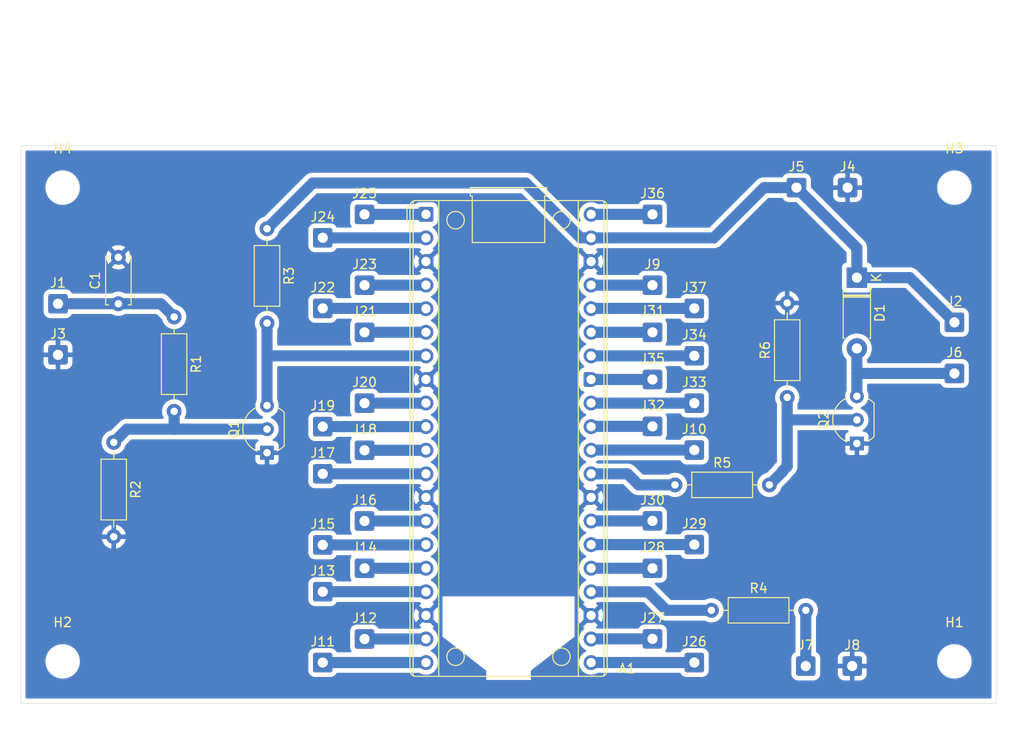
<source format=kicad_pcb>
(kicad_pcb (version 20240108) (generator "pcbnew") (generator_version "8.0")
  (layers (0 "F.Cu" signal) (31 "B.Cu" signal) (34 "B.Paste" user) (35 "F.Paste" user) (36 "B.SilkS" user "B.Silkscreen") (37 "F.SilkS" user "F.Silkscreen") (38 "B.Mask" user) (39 "F.Mask" user) (44 "Edge.Cuts" user))
  (net 0 "")
  (net 1 "GND")
  (net 2 "Net-(A1-GPIO15)")
  (net 3 "Net-(J1-Pin_1)")
  (net 4 "Net-(D1-A)")
  (net 5 "+5V")
  (net 6 "Net-(Q1-B)")
  (net 7 "Net-(Q2-B)")
  (net 8 "Net-(J7-Pin_1)")
  (net 9 "Net-(A1-RUN)")
  (net 10 "Net-(A1-3V3_EN)")
  (net 11 "Net-(A1-GPIO22)")
  (net 12 "Net-(A1-GPIO18)")
  (net 13 "Net-(A1-GPIO5)")
  (net 14 "Net-(A1-GPIO16)")
  (net 15 "Net-(A1-GPIO6)")
  (net 16 "Net-(A1-GPIO11)")
  (net 17 "Net-(A1-GPIO19)")
  (net 18 "Net-(A1-GPIO26_ADC0)")
  (net 19 "Net-(A1-GPIO28_ADC2)")
  (net 20 "Net-(A1-GPIO8)")
  (net 21 "Net-(A1-GPIO14)")
  (net 22 "Net-(A1-GPIO27_ADC1)")
  (net 23 "Net-(A1-GPIO3)")
  (net 24 "Net-(A1-GPIO20)")
  (net 25 "Net-(A1-AGND)")
  (net 26 "Net-(A1-GPIO9)")
  (net 27 "Net-(A1-GPIO10)")
  (net 28 "Net-(A1-GPIO13)")
  (net 29 "Net-(A1-ADC_VREF)")
  (net 30 "Net-(A1-GPIO7)")
  (net 31 "Net-(A1-GPIO21)")
  (net 32 "Net-(A1-GPIO2)")
  (net 33 "Net-(A1-VBUS)")
  (net 34 "Net-(A1-GPIO4)")
  (net 35 "Net-(A1-GPIO1)")
  (net 36 "Net-(A1-GPIO17)")
  (net 37 "Net-(A1-GPIO0)")
  (net 38 "Net-(A1-GPIO12)")
  (net 39 "Net-(A1-3V3)")
  (footprint "Connector_Wire:SolderWire-0.5sqmm_1x01_D0.9mm_OD2.1mm" (layer "F.Cu") (at 161 61.5)
    (property "Reference" "J5" (at 0 -2.25 0) (layer "F.SilkS"))
    (property "Value" "Conn_01x01_Pin")
    (pad "1" thru_hole roundrect (at 0 0) (size 2.1 2.1) (drill 1.1) (layers "*.Cu" "*.Mask") (roundrect_rratio 0.119048) (net 5 "+5V"))
  )
  (footprint "Diode_THT:D_DO-41_SOD81_P7.62mm_Horizontal" (layer "F.Cu") (at 167.5 71.19 -90)
    (property "Reference" "D1" (at 3.81 -2.47 90) (layer "F.SilkS"))
    (property "Value" "D")
    (fp_line (start 1.09 1.47) (end 6.53 1.47) (stroke (width 0.12)) (layer "F.SilkS"))
    (fp_line (start 6.53 1.47) (end 6.53 1.34) (stroke (width 0.12)) (layer "F.SilkS"))
    (fp_line (start 1.09 1.34) (end 1.09 1.47) (stroke (width 0.12)) (layer "F.SilkS"))
    (fp_line (start 1.09 -1.34) (end 1.09 -1.47) (stroke (width 0.12)) (layer "F.SilkS"))
    (fp_line (start 1.09 -1.47) (end 6.53 -1.47) (stroke (width 0.12)) (layer "F.SilkS"))
    (fp_line (start 1.87 -1.47) (end 1.87 1.47) (stroke (width 0.12)) (layer "F.SilkS"))
    (fp_line (start 1.99 -1.47) (end 1.99 1.47) (stroke (width 0.12)) (layer "F.SilkS"))
    (fp_line (start 2.11 -1.47) (end 2.11 1.47) (stroke (width 0.12)) (layer "F.SilkS"))
    (fp_line (start 6.53 -1.47) (end 6.53 -1.34) (stroke (width 0.12)) (layer "F.SilkS"))
    (fp_text user "K" (at 0 -2.1 90) (layer "F.SilkS"))
    (pad "1" thru_hole rect (at 0 0 270) (size 2.2 2.2) (drill 1.1) (layers "*.Cu" "*.Mask") (net 5 "+5V"))
    (pad "2" thru_hole oval (at 7.62 0 270) (size 2.2 2.2) (drill 1.1) (layers "*.Cu" "*.Mask") (net 4 "Net-(D1-A)"))
  )
  (footprint "MountingHole:MountingHole_3.2mm_M3" (layer "F.Cu") (at 82 112.5)
    (property "Reference" "H2" (at 0 -4.2 0) (layer "F.SilkS"))
    (property "Value" "MountingHole")
    (pad "" np_thru_hole circle (at 0 0) (size 3.2 3.2) (drill 3.2) (layers "*.Cu" "*.Mask"))
  )
  (footprint "Resistor_THT:R_Axial_DIN0207_L6.3mm_D2.5mm_P10.16mm_Horizontal" (layer "F.Cu") (at 160 84.08 90)
    (property "Reference" "R6" (at 5.08 -2.37 90) (layer "F.SilkS"))
    (property "Value" "R")
    (fp_line (start 8.35 -1.37) (end 1.81 -1.37) (stroke (width 0.12)) (layer "F.SilkS"))
    (fp_line (start 1.81 -1.37) (end 1.81 1.37) (stroke (width 0.12)) (layer "F.SilkS"))
    (fp_line (start 9.12 0) (end 8.35 0) (stroke (width 0.12)) (layer "F.SilkS"))
    (fp_line (start 1.04 0) (end 1.81 0) (stroke (width 0.12)) (layer "F.SilkS"))
    (fp_line (start 8.35 1.37) (end 8.35 -1.37) (stroke (width 0.12)) (layer "F.SilkS"))
    (fp_line (start 1.81 1.37) (end 8.35 1.37) (stroke (width 0.12)) (layer "F.SilkS"))
    (pad "1" thru_hole circle (at 0 0 90) (size 1.6 1.6) (drill 0.8) (layers "*.Cu" "*.Mask") (net 7 "Net-(Q2-B)"))
    (pad "2" thru_hole oval (at 10.16 0 90) (size 1.6 1.6) (drill 0.8) (layers "*.Cu" "*.Mask") (net 1 "GND"))
  )
  (footprint "Connector_Wire:SolderWire-0.5sqmm_1x01_D0.9mm_OD2.1mm" (layer "F.Cu") (at 114.5 97.3875)
    (property "Reference" "J16" (at 0 -2.25 0) (layer "F.SilkS"))
    (property "Value" "Conn_01x01_Pin")
    (pad "1" thru_hole roundrect (at 0 0) (size 2.1 2.1) (drill 1.1) (layers "*.Cu" "*.Mask") (roundrect_rratio 0.119048) (net 27 "Net-(A1-GPIO10)"))
  )
  (footprint "MountingHole:MountingHole_3.2mm_M3" (layer "F.Cu") (at 82 61.5)
    (property "Reference" "H4" (at 0 -4.2 0) (layer "F.SilkS"))
    (property "Value" "MountingHole")
    (pad "" np_thru_hole circle (at 0 0) (size 3.2 3.2) (drill 3.2) (layers "*.Cu" "*.Mask"))
  )
  (footprint "Capacitor_THT:C_Disc_D5.0mm_W2.5mm_P5.00mm" (layer "F.Cu") (at 88 74 90)
    (property "Reference" "C1" (at 2.5 -2.5 90) (layer "F.SilkS"))
    (property "Value" "C")
    (fp_line (start 5.12 -1.37) (end 5.12 -1.055) (stroke (width 0.12)) (layer "F.SilkS"))
    (fp_line (start -0.12 -1.37) (end 5.12 -1.37) (stroke (width 0.12)) (layer "F.SilkS"))
    (fp_line (start -0.12 -1.37) (end -0.12 -1.055) (stroke (width 0.12)) (layer "F.SilkS"))
    (fp_line (start 5.12 1.055) (end 5.12 1.37) (stroke (width 0.12)) (layer "F.SilkS"))
    (fp_line (start -0.12 1.055) (end -0.12 1.37) (stroke (width 0.12)) (layer "F.SilkS"))
    (fp_line (start -0.12 1.37) (end 5.12 1.37) (stroke (width 0.12)) (layer "F.SilkS"))
    (pad "1" thru_hole circle (at 0 0 90) (size 1.6 1.6) (drill 0.8) (layers "*.Cu" "*.Mask") (net 3 "Net-(J1-Pin_1)"))
    (pad "2" thru_hole circle (at 5 0 90) (size 1.6 1.6) (drill 0.8) (layers "*.Cu" "*.Mask") (net 1 "GND"))
  )
  (footprint "Connector_Wire:SolderWire-0.5sqmm_1x01_D0.9mm_OD2.1mm" (layer "F.Cu") (at 178 76)
    (property "Reference" "J2" (at 0 -2.25 0) (layer "F.SilkS"))
    (property "Value" "Conn_01x01_Pin")
    (pad "1" thru_hole roundrect (at 0 0) (size 2.1 2.1) (drill 1.1) (layers "*.Cu" "*.Mask") (roundrect_rratio 0.119048) (net 5 "+5V"))
  )
  (footprint "Connector_Wire:SolderWire-0.5sqmm_1x01_D0.9mm_OD2.1mm" (layer "F.Cu") (at 150 112.625)
    (property "Reference" "J26" (at 0 -2.25 0) (layer "F.SilkS"))
    (property "Value" "Conn_01x01_Pin")
    (pad "1" thru_hole roundrect (at 0 0) (size 2.1 2.1) (drill 1.1) (layers "*.Cu" "*.Mask") (roundrect_rratio 0.119048) (net 14 "Net-(A1-GPIO16)"))
  )
  (footprint "Connector_Wire:SolderWire-0.5sqmm_1x01_D0.9mm_OD2.1mm" (layer "F.Cu") (at 167 113)
    (property "Reference" "J8" (at 0 -2.25 0) (layer "F.SilkS"))
    (property "Value" "Conn_01x01_Pin")
    (pad "1" thru_hole roundrect (at 0 0) (size 2.1 2.1) (drill 1.1) (layers "*.Cu" "*.Mask") (roundrect_rratio 0.119048) (net 1 "GND"))
  )
  (footprint "Connector_Wire:SolderWire-0.5sqmm_1x01_D0.9mm_OD2.1mm" (layer "F.Cu") (at 114.5 84.7)
    (property "Reference" "J20" (at 0 -2.25 0) (layer "F.SilkS"))
    (property "Value" "Conn_01x01_Pin")
    (pad "1" thru_hole roundrect (at 0 0) (size 2.1 2.1) (drill 1.1) (layers "*.Cu" "*.Mask") (roundrect_rratio 0.119048) (net 15 "Net-(A1-GPIO6)"))
  )
  (footprint "Connector_Wire:SolderWire-0.5sqmm_1x01_D0.9mm_OD2.1mm" (layer "F.Cu") (at 110 66.9)
    (property "Reference" "J24" (at 0 -2.25 0) (layer "F.SilkS"))
    (property "Value" "Conn_01x01_Pin")
    (pad "1" thru_hole roundrect (at 0 0) (size 2.1 2.1) (drill 1.1) (layers "*.Cu" "*.Mask") (roundrect_rratio 0.119048) (net 35 "Net-(A1-GPIO1)"))
  )
  (footprint "Connector_Wire:SolderWire-0.5sqmm_1x01_D0.9mm_OD2.1mm" (layer "F.Cu") (at 114.5 64.375)
    (property "Reference" "J25" (at 0 -2.25 0) (layer "F.SilkS"))
    (property "Value" "Conn_01x01_Pin")
    (pad "1" thru_hole roundrect (at 0 0) (size 2.1 2.1) (drill 1.1) (layers "*.Cu" "*.Mask") (roundrect_rratio 0.119048) (net 37 "Net-(A1-GPIO0)"))
  )
  (footprint "Connector_Wire:SolderWire-0.5sqmm_1x01_D0.9mm_OD2.1mm" (layer "F.Cu") (at 166.5 61.5)
    (property "Reference" "J4" (at 0 -2.25 0) (layer "F.SilkS"))
    (property "Value" "Conn_01x01_Pin")
    (pad "1" thru_hole roundrect (at 0 0) (size 2.1 2.1) (drill 1.1) (layers "*.Cu" "*.Mask") (roundrect_rratio 0.119048) (net 1 "GND"))
  )
  (footprint "Connector_Wire:SolderWire-0.5sqmm_1x01_D0.9mm_OD2.1mm" (layer "F.Cu") (at 145.5 110.075)
    (property "Reference" "J27" (at 0 -2.25 0) (layer "F.SilkS"))
    (property "Value" "Conn_01x01_Pin")
    (pad "1" thru_hole roundrect (at 0 0) (size 2.1 2.1) (drill 1.1) (layers "*.Cu" "*.Mask") (roundrect_rratio 0.119048) (net 36 "Net-(A1-GPIO17)"))
  )
  (footprint "Connector_Wire:SolderWire-0.5sqmm_1x01_D0.9mm_OD2.1mm" (layer "F.Cu") (at 110 112.625)
    (property "Reference" "J11" (at 0 -2.25 0) (layer "F.SilkS"))
    (property "Value" "Conn_01x01_Pin")
    (pad "1" thru_hole roundrect (at 0 0) (size 2.1 2.1) (drill 1.1) (layers "*.Cu" "*.Mask") (roundrect_rratio 0.119048) (net 2 "Net-(A1-GPIO15)"))
  )
  (footprint "MountingHole:MountingHole_3.2mm_M3" (layer "F.Cu") (at 178 112.5)
    (property "Reference" "H1" (at 0 -4.2 0) (layer "F.SilkS"))
    (property "Value" "MountingHole")
    (pad "" np_thru_hole circle (at 0 0) (size 3.2 3.2) (drill 3.2) (layers "*.Cu" "*.Mask"))
  )
  (footprint "Connector_Wire:SolderWire-0.5sqmm_1x01_D0.9mm_OD2.1mm" (layer "F.Cu") (at 150 99.925)
    (property "Reference" "J29" (at 0 -2.25 0) (layer "F.SilkS"))
    (property "Value" "Conn_01x01_Pin")
    (pad "1" thru_hole roundrect (at 0 0) (size 2.1 2.1) (drill 1.1) (layers "*.Cu" "*.Mask") (roundrect_rratio 0.119048) (net 24 "Net-(A1-GPIO20)"))
  )
  (footprint "Resistor_THT:R_Axial_DIN0207_L6.3mm_D2.5mm_P10.16mm_Horizontal" (layer "F.Cu") (at 147.92 93.5)
    (property "Reference" "R5" (at 5.08 -2.37 0) (layer "F.SilkS"))
    (property "Value" "R")
    (fp_line (start 1.04 0) (end 1.81 0) (stroke (width 0.12)) (layer "F.SilkS"))
    (fp_line (start 1.81 -1.37) (end 1.81 1.37) (stroke (width 0.12)) (layer "F.SilkS"))
    (fp_line (start 1.81 1.37) (end 8.35 1.37) (stroke (width 0.12)) (layer "F.SilkS"))
    (fp_line (start 8.35 -1.37) (end 1.81 -1.37) (stroke (width 0.12)) (layer "F.SilkS"))
    (fp_line (start 8.35 1.37) (end 8.35 -1.37) (stroke (width 0.12)) (layer "F.SilkS"))
    (fp_line (start 9.12 0) (end 8.35 0) (stroke (width 0.12)) (layer "F.SilkS"))
    (pad "1" thru_hole circle (at 0 0) (size 1.6 1.6) (drill 0.8) (layers "*.Cu" "*.Mask") (net 11 "Net-(A1-GPIO22)"))
    (pad "2" thru_hole oval (at 10.16 0) (size 1.6 1.6) (drill 0.8) (layers "*.Cu" "*.Mask") (net 7 "Net-(Q2-B)"))
  )
  (footprint "Package_TO_SOT_THT:TO-92_Inline_Wide" (layer "F.Cu") (at 104 90.04 90)
    (property "Reference" "Q1" (at 2.54 -3.56 90) (layer "F.SilkS"))
    (property "Value" "2N3904")
    (fp_line (start 0.74 1.85) (end 4.34 1.85) (stroke (width 0.12)) (layer "F.SilkS"))
    (fp_arc (start 2.54 -2.6) (mid 3.936979 -2.192818) (end 4.8964 -1.098807) (stroke (width 0.12)) (layer "F.SilkS"))
    (fp_arc (start 0.1836 -1.098807) (mid 1.143021 -2.192817) (end 2.54 -2.6) (stroke (width 0.12)) (layer "F.SilkS"))
    (fp_arc (start 4.864184 1.122795) (mid 4.633903 1.509328) (end 4.34 1.85) (stroke (width 0.12)) (layer "F.SilkS"))
    (fp_arc (start 0.74 1.85) (mid 0.446097 1.509328) (end 0.215816 1.122795) (stroke (width 0.12)) (layer "F.SilkS"))
    (pad "1" thru_hole rect (at 0 0 90) (size 1.5 1.5) (drill 0.8) (layers "*.Cu" "*.Mask") (net 1 "GND"))
    (pad "2" thru_hole circle (at 2.54 0 90) (size 1.5 1.5) (drill 0.8) (layers "*.Cu" "*.Mask") (net 6 "Net-(Q1-B)"))
    (pad "3" thru_hole circle (at 5.08 0 90) (size 1.5 1.5) (drill 0.8) (layers "*.Cu" "*.Mask") (net 13 "Net-(A1-GPIO5)"))
  )
  (footprint "Connector_Wire:SolderWire-0.5sqmm_1x01_D0.9mm_OD2.1mm" (layer "F.Cu") (at 150 89.75)
    (property "Reference" "J10" (at 0 -2.25 0) (layer "F.SilkS"))
    (property "Value" "Conn_01x01_Pin")
    (pad "1" thru_hole roundrect (at 0 0) (size 2.1 2.1) (drill 1.1) (layers "*.Cu" "*.Mask") (roundrect_rratio 0.119048) (net 9 "Net-(A1-RUN)"))
  )
  (footprint "Connector_Wire:SolderWire-0.5sqmm_1x01_D0.9mm_OD2.1mm" (layer "F.Cu") (at 114.5 110.0875)
    (property "Reference" "J12" (at 0 -2.25 0) (layer "F.SilkS"))
    (property "Value" "Conn_01x01_Pin")
    (pad "1" thru_hole roundrect (at 0 0) (size 2.1 2.1) (drill 1.1) (layers "*.Cu" "*.Mask") (roundrect_rratio 0.119048) (net 21 "Net-(A1-GPIO14)"))
  )
  (footprint "Resistor_THT:R_Axial_DIN0207_L6.3mm_D2.5mm_P10.16mm_Horizontal" (layer "F.Cu") (at 104 65.92 -90)
    (property "Reference" "R3" (at 5.08 -2.37 90) (layer "F.SilkS"))
    (property "Value" "R")
    (fp_line (start 1.81 1.37) (end 8.35 1.37) (stroke (width 0.12)) (layer "F.SilkS"))
    (fp_line (start 8.35 1.37) (end 8.35 -1.37) (stroke (width 0.12)) (layer "F.SilkS"))
    (fp_line (start 1.04 0) (end 1.81 0) (stroke (width 0.12)) (layer "F.SilkS"))
    (fp_line (start 9.12 0) (end 8.35 0) (stroke (width 0.12)) (layer "F.SilkS"))
    (fp_line (start 1.81 -1.37) (end 1.81 1.37) (stroke (width 0.12)) (layer "F.SilkS"))
    (fp_line (start 8.35 -1.37) (end 1.81 -1.37) (stroke (width 0.12)) (layer "F.SilkS"))
    (pad "1" thru_hole circle (at 0 0 270) (size 1.6 1.6) (drill 0.8) (layers "*.Cu" "*.Mask") (net 5 "+5V"))
    (pad "2" thru_hole oval (at 10.16 0 270) (size 1.6 1.6) (drill 0.8) (layers "*.Cu" "*.Mask") (net 13 "Net-(A1-GPIO5)"))
  )
  (footprint "Connector_Wire:SolderWire-0.5sqmm_1x01_D0.9mm_OD2.1mm" (layer "F.Cu") (at 150 74.5)
    (property "Reference" "J37" (at 0 -2.25 0) (layer "F.SilkS"))
    (property "Value" "Conn_01x01_Pin")
    (pad "1" thru_hole roundrect (at 0 0) (size 2.1 2.1) (drill 1.1) (layers "*.Cu" "*.Mask") (roundrect_rratio 0.119048) (net 39 "Net-(A1-3V3)"))
  )
  (footprint "Connector_Wire:SolderWire-0.5sqmm_1x01_D0.9mm_OD2.1mm" (layer "F.Cu") (at 81.5 79.5)
    (property "Reference" "J3" (at 0 -2.25 0) (layer "F.SilkS"))
    (property "Value" "Conn_01x01_Pin")
    (pad "1" thru_hole roundrect (at 0 0) (size 2.1 2.1) (drill 1.1) (layers "*.Cu" "*.Mask") (roundrect_rratio 0.119048) (net 1 "GND"))
  )
  (footprint "Connector_Wire:SolderWire-0.5sqmm_1x01_D0.9mm_OD2.1mm" (layer "F.Cu") (at 81.5 74)
    (property "Reference" "J1" (at 0 -2.25 0) (layer "F.SilkS"))
    (property "Value" "Conn_01x01_Pin")
    (pad "1" thru_hole roundrect (at 0 0) (size 2.1 2.1) (drill 1.1) (layers "*.Cu" "*.Mask") (roundrect_rratio 0.119048) (net 3 "Net-(J1-Pin_1)"))
  )
  (footprint "Connector_Wire:SolderWire-0.5sqmm_1x01_D0.9mm_OD2.1mm" (layer "F.Cu") (at 114.5 89.775)
    (property "Reference" "J18" (at 0 -2.25 0) (layer "F.SilkS"))
    (property "Value" "Conn_01x01_Pin")
    (pad "1" thru_hole roundrect (at 0 0) (size 2.1 2.1) (drill 1.1) (layers "*.Cu" "*.Mask") (roundrect_rratio 0.119048) (net 20 "Net-(A1-GPIO8)"))
  )
  (footprint "Connector_Wire:SolderWire-0.5sqmm_1x01_D0.9mm_OD2.1mm" (layer "F.Cu") (at 110 87.225)
    (property "Reference" "J19" (at 0 -2.25 0) (layer "F.SilkS"))
    (property "Value" "Conn_01x01_Pin")
    (pad "1" thru_hole roundrect (at 0 0) (size 2.1 2.1) (drill 1.1) (layers "*.Cu" "*.Mask") (roundrect_rratio 0.119048) (net 30 "Net-(A1-GPIO7)"))
  )
  (footprint "Connector_Wire:SolderWire-0.5sqmm_1x01_D0.9mm_OD2.1mm" (layer "F.Cu") (at 114.5 102.475)
    (property "Reference" "J14" (at 0 -2.25 0) (layer "F.SilkS"))
    (property "Value" "Conn_01x01_Pin")
    (pad "1" thru_hole roundrect (at 0 0) (size 2.1 2.1) (drill 1.1) (layers "*.Cu" "*.Mask") (roundrect_rratio 0.119048) (net 38 "Net-(A1-GPIO12)"))
  )
  (footprint "Resistor_THT:R_Axial_DIN0207_L6.3mm_D2.5mm_P10.16mm_Horizontal" (layer "F.Cu") (at 87.5 88.92 -90)
    (property "Reference" "R2" (at 5.08 -2.37 90) (layer "F.SilkS"))
    (property "Value" "R")
    (fp_line (start 1.81 1.37) (end 8.35 1.37) (stroke (width 0.12)) (layer "F.SilkS"))
    (fp_line (start 8.35 1.37) (end 8.35 -1.37) (stroke (width 0.12)) (layer "F.SilkS"))
    (fp_line (start 1.04 0) (end 1.81 0) (stroke (width 0.12)) (layer "F.SilkS"))
    (fp_line (start 9.12 0) (end 8.35 0) (stroke (width 0.12)) (layer "F.SilkS"))
    (fp_line (start 1.81 -1.37) (end 1.81 1.37) (stroke (width 0.12)) (layer "F.SilkS"))
    (fp_line (start 8.35 -1.37) (end 1.81 -1.37) (stroke (width 0.12)) (layer "F.SilkS"))
    (pad "1" thru_hole circle (at 0 0 270) (size 1.6 1.6) (drill 0.8) (layers "*.Cu" "*.Mask") (net 6 "Net-(Q1-B)"))
    (pad "2" thru_hole oval (at 10.16 0 270) (size 1.6 1.6) (drill 0.8) (layers "*.Cu" "*.Mask") (net 1 "GND"))
  )
  (footprint "Connector_Wire:SolderWire-0.5sqmm_1x01_D0.9mm_OD2.1mm" (layer "F.Cu") (at 145.5 72)
    (property "Reference" "J9" (at 0 -2.25 0) (layer "F.SilkS"))
    (property "Value" "Conn_01x01_Pin")
    (pad "1" thru_hole roundrect (at 0 0) (size 2.1 2.1) (drill 1.1) (layers "*.Cu" "*.Mask") (roundrect_rratio 0.119048) (net 10 "Net-(A1-3V3_EN)"))
  )
  (footprint "Resistor_THT:R_Axial_DIN0207_L6.3mm_D2.5mm_P10.16mm_Horizontal" (layer "F.Cu") (at 94 75.42 -90)
    (property "Reference" "R1" (at 5.08 -2.37 90) (layer "F.SilkS"))
    (property "Value" "R")
    (fp_line (start 1.81 1.37) (end 8.35 1.37) (stroke (width 0.12)) (layer "F.SilkS"))
    (fp_line (start 8.35 1.37) (end 8.35 -1.37) (stroke (width 0.12)) (layer "F.SilkS"))
    (fp_line (start 1.04 0) (end 1.81 0) (stroke (width 0.12)) (layer "F.SilkS"))
    (fp_line (start 9.12 0) (end 8.35 0) (stroke (width 0.12)) (layer "F.SilkS"))
    (fp_line (start 1.81 -1.37) (end 1.81 1.37) (stroke (width 0.12)) (layer "F.SilkS"))
    (fp_line (start 8.35 -1.37) (end 1.81 -1.37) (stroke (width 0.12)) (layer "F.SilkS"))
    (pad "1" thru_hole circle (at 0 0 270) (size 1.6 1.6) (drill 0.8) (layers "*.Cu" "*.Mask") (net 3 "Net-(J1-Pin_1)"))
    (pad "2" thru_hole oval (at 10.16 0 270) (size 1.6 1.6) (drill 0.8) (layers "*.Cu" "*.Mask") (net 6 "Net-(Q1-B)"))
  )
  (footprint "Connector_Wire:SolderWire-0.5sqmm_1x01_D0.9mm_OD2.1mm" (layer "F.Cu") (at 145.5 97.375)
    (property "Reference" "J30" (at 0 -2.25 0) (layer "F.SilkS"))
    (property "Value" "Conn_01x01_Pin")
    (pad "1" thru_hole roundrect (at 0 0) (size 2.1 2.1) (drill 1.1) (layers "*.Cu" "*.Mask") (roundrect_rratio 0.119048) (net 31 "Net-(A1-GPIO21)"))
  )
  (footprint "Connector_Wire:SolderWire-0.5sqmm_1x01_D0.9mm_OD2.1mm" (layer "F.Cu") (at 110 105)
    (property "Reference" "J13" (at 0 -2.25 0) (layer "F.SilkS"))
    (property "Value" "Conn_01x01_Pin")
    (pad "1" thru_hole roundrect (at 0 0) (size 2.1 2.1) (drill 1.1) (layers "*.Cu" "*.Mask") (roundrect_rratio 0.119048) (net 28 "Net-(A1-GPIO13)"))
  )
  (footprint "Connector_Wire:SolderWire-0.5sqmm_1x01_D0.9mm_OD2.1mm" (layer "F.Cu") (at 110 74.5)
    (property "Reference" "J22" (at 0 -2.25 0) (layer "F.SilkS"))
    (property "Value" "Conn_01x01_Pin")
    (pad "1" thru_hole roundrect (at 0 0) (size 2.1 2.1) (drill 1.1) (layers "*.Cu" "*.Mask") (roundrect_rratio 0.119048) (net 23 "Net-(A1-GPIO3)"))
  )
  (footprint "Connector_Wire:SolderWire-0.5sqmm_1x01_D0.9mm_OD2.1mm" (layer "F.Cu") (at 145.5 87.2)
    (property "Reference" "J32" (at 0 -2.25 0) (layer "F.SilkS"))
    (property "Value" "Conn_01x01_Pin")
    (pad "1" thru_hole roundrect (at 0 0) (size 2.1 2.1) (drill 1.1) (layers "*.Cu" "*.Mask") (roundrect_rratio 0.119048) (net 18 "Net-(A1-GPIO26_ADC0)"))
  )
  (footprint "Module_RaspberryPi_Pico:RaspberryPi_Pico_Common_THT" (layer "F.Cu") (at 130 88.5)
    (property "Reference" "A1" (at 11.7475 24.765 0) (layer "F.SilkS") (effects (justify left)))
    (property "Value" "RaspberryPi_Pico")
    (fp_line (start -10.93 -23.33) (end -10.93 -24.93) (stroke (width 0.12)) (layer "F.SilkS"))
    (fp_line (start -10.61 -25) (end -10.61 25) (stroke (width 0.12)) (layer "F.SilkS"))
    (fp_line (start -10.27 -25.547) (end -10.27 25.547) (stroke (width 0.12)) (layer "F.SilkS"))
    (fp_line (start -10 -25.61) (end -7.51 -25.61) (stroke (width 0.12)) (layer "F.SilkS"))
    (fp_line (start -10 25.61) (end -3.6 25.61) (stroke (width 0.12)) (layer "F.SilkS"))
    (fp_line (start -7.51 -25.61) (end -7.51 -24.69648) (stroke (width 0.12)) (layer "F.SilkS"))
    (fp_line (start -7.51 -25.61) (end -4.235 -25.61) (stroke (width 0.12)) (layer "F.SilkS"))
    (fp_line (start -7.51 -24.69648) (end -7.51 -22.30352) (stroke (width 0.12)) (layer "F.SilkS"))
    (fp_line (start -7.51 -22.30352) (end -7.51 22.30352) (stroke (width 0.12)) (layer "F.SilkS"))
    (fp_line (start -7.51 22.30352) (end -7.51 24.69648) (stroke (width 0.12)) (layer "F.SilkS"))
    (fp_line (start -7.51 24.69648) (end -7.51 25.61) (stroke (width 0.12)) (layer "F.SilkS"))
    (fp_line (start -4.235 -25.61) (end 4.235 -25.61) (stroke (width 0.12)) (layer "F.SilkS"))
    (fp_line (start -4.11 -27.01) (end -4.11 -26.09) (stroke (width 0.12)) (layer "F.SilkS"))
    (fp_line (start -4.11 -27.01) (end 4.11 -27.01) (stroke (width 0.12)) (layer "F.SilkS"))
    (fp_line (start -4.11 -26.09) (end -3.9 -26.09) (stroke (width 0.12)) (layer "F.SilkS"))
    (fp_line (start -3.9 -26.09) (end -3.9 -24.694) (stroke (width 0.12)) (layer "F.SilkS"))
    (fp_line (start -3.9 -24.694) (end -3.9 -22.306) (stroke (width 0.12)) (layer "F.SilkS"))
    (fp_line (start -3.9 -22.306) (end -3.9 -21.09) (stroke (width 0.12)) (layer "F.SilkS"))
    (fp_line (start 3.6 25.61) (end -3.6 25.61) (stroke (width 0.12)) (layer "F.SilkS"))
    (fp_line (start 3.6 25.61) (end 10 25.61) (stroke (width 0.12)) (layer "F.SilkS"))
    (fp_line (start 3.9 -26.09) (end 3.9 -24.694) (stroke (width 0.12)) (layer "F.SilkS"))
    (fp_line (start 3.9 -24.694) (end 3.9 -22.306) (stroke (width 0.12)) (layer "F.SilkS"))
    (fp_line (start 3.9 -22.306) (end 3.9 -21.09) (stroke (width 0.12)) (layer "F.SilkS"))
    (fp_line (start 3.9 -21.09) (end -3.9 -21.09) (stroke (width 0.12)) (layer "F.SilkS"))
    (fp_line (start 4.11 -27.01) (end 4.11 -26.09) (stroke (width 0.12)) (layer "F.SilkS"))
    (fp_line (start 4.11 -26.09) (end 3.9 -26.09) (stroke (width 0.12)) (layer "F.SilkS"))
    (fp_line (start 4.235 -25.61) (end 7.51 -25.61) (stroke (width 0.12)) (layer "F.SilkS"))
    (fp_line (start 7.51 -25.61) (end 7.51 -24.69648) (stroke (width 0.12)) (layer "F.SilkS"))
    (fp_line (start 7.51 -24.69648) (end 7.51 -22.30352) (stroke (width 0.12)) (layer "F.SilkS"))
    (fp_line (start 7.51 -22.30352) (end 7.51 22.30352) (stroke (width 0.12)) (layer "F.SilkS"))
    (fp_line (start 7.51 22.30352) (end 7.51 24.69648) (stroke (width 0.12)) (layer "F.SilkS"))
    (fp_line (start 7.51 24.69648) (end 7.51 25.61) (stroke (width 0.12)) (layer "F.SilkS"))
    (fp_line (start 10 -25.61) (end 7.51 -25.61) (stroke (width 0.12)) (layer "F.SilkS"))
    (fp_line (start 10.27 25.547) (end 10.27 -25.547) (stroke (width 0.12)) (layer "F.SilkS"))
    (fp_line (start 10.61 -25) (end 10.61 25) (stroke (width 0.12)) (layer "F.SilkS"))
    (fp_arc (start -10.61 -25) (mid -10.431335 -25.431335) (end -10 -25.61) (stroke (width 0.12)) (layer "F.SilkS"))
    (fp_arc (start -10 25.61) (mid -10.431364 25.431364) (end -10.61 25) (stroke (width 0.12)) (layer "F.SilkS"))
    (fp_arc (start 10 -25.61) (mid 10.431335 -25.431335) (end 10.61 -25) (stroke (width 0.12)) (layer "F.SilkS"))
    (fp_arc (start 10.61 25) (mid 10.431335 25.431335) (end 10 25.61) (stroke (width 0.12)) (layer "F.SilkS"))
    (fp_circle (center -5.7 -23.5) (end -4.76 -23.5) (stroke (width 0.12)) (fill none) (layer "F.SilkS"))
    (fp_circle (center -5.7 23.5) (end -4.76 23.5) (stroke (width 0.12)) (fill none) (layer "F.SilkS"))
    (fp_circle (center 5.7 -23.5) (end 6.64 -23.5) (stroke (width 0.12)) (fill none) (layer "F.SilkS"))
    (fp_circle (center 5.7 23.5) (end 6.64 23.5) (stroke (width 0.12)) (fill none) (layer "F.SilkS"))
    (pad "1" thru_hole roundrect (at -8.89 -24.13) (size 1.6 1.6) (drill 1) (layers "*.Cu" "*.Mask") (roundrect_rratio 0.125) (net 37 "Net-(A1-GPIO0)"))
    (pad "2" thru_hole circle (at -8.89 -21.59) (size 1.6 1.6) (drill 1) (layers "*.Cu" "*.Mask") (net 35 "Net-(A1-GPIO1)"))
    (pad "3" thru_hole custom (at -8.89 -19.05) (size 1.6 1.6) (drill 1) (layers "*.Cu" "*.Mask") (net 1 "GND") (options (clearance outline) (anchor circle)) (primitives (gr_poly (pts (xy 0.8 0.6) (xy 0.8 -0.6) (xy 0.6 -0.8) (xy 0 -0.8) (xy 0 0.8) (xy 0.6 0.8)) (width 0) (fill yes)) (gr_circle (center 0.6 0.6) (end 0.8 0.6) (width 0) (fill yes)) (gr_circle (center 0.6 -0.6) (end 0.8 -0.6) (width 0) (fill yes))))
    (pad "4" thru_hole circle (at -8.89 -16.51) (size 1.6 1.6) (drill 1) (layers "*.Cu" "*.Mask") (net 32 "Net-(A1-GPIO2)"))
    (pad "5" thru_hole circle (at -8.89 -13.97) (size 1.6 1.6) (drill 1) (layers "*.Cu" "*.Mask") (net 23 "Net-(A1-GPIO3)"))
    (pad "6" thru_hole circle (at -8.89 -11.43) (size 1.6 1.6) (drill 1) (layers "*.Cu" "*.Mask") (net 34 "Net-(A1-GPIO4)"))
    (pad "7" thru_hole circle (at -8.89 -8.89) (size 1.6 1.6) (drill 1) (layers "*.Cu" "*.Mask") (net 13 "Net-(A1-GPIO5)"))
    (pad "8" thru_hole custom (at -8.89 -6.35) (size 1.6 1.6) (drill 1) (layers "*.Cu" "*.Mask") (net 1 "GND") (options (clearance outline) (anchor circle)) (primitives (gr_poly (pts (xy 0.8 0.6) (xy 0.8 -0.6) (xy 0.6 -0.8) (xy 0 -0.8) (xy 0 0.8) (xy 0.6 0.8)) (width 0) (fill yes)) (gr_circle (center 0.6 0.6) (end 0.8 0.6) (width 0) (fill yes)) (gr_circle (center 0.6 -0.6) (end 0.8 -0.6) (width 0) (fill yes))))
    (pad "9" thru_hole circle (at -8.89 -3.81) (size 1.6 1.6) (drill 1) (layers "*.Cu" "*.Mask") (net 15 "Net-(A1-GPIO6)"))
    (pad "10" thru_hole circle (at -8.89 -1.27) (size 1.6 1.6) (drill 1) (layers "*.Cu" "*.Mask") (net 30 "Net-(A1-GPIO7)"))
    (pad "11" thru_hole circle (at -8.89 1.27) (size 1.6 1.6) (drill 1) (layers "*.Cu" "*.Mask") (net 20 "Net-(A1-GPIO8)"))
    (pad "12" thru_hole circle (at -8.89 3.81) (size 1.6 1.6) (drill 1) (layers "*.Cu" "*.Mask") (net 26 "Net-(A1-GPIO9)"))
    (pad "13" thru_hole custom (at -8.89 6.35) (size 1.6 1.6) (drill 1) (layers "*.Cu" "*.Mask") (net 1 "GND") (options (clearance outline) (anchor circle)) (primitives (gr_poly (pts (xy 0.8 0.6) (xy 0.8 -0.6) (xy 0.6 -0.8) (xy 0 -0.8) (xy 0 0.8) (xy 0.6 0.8)) (width 0) (fill yes)) (gr_circle (center 0.6 0.6) (end 0.8 0.6) (width 0) (fill yes)) (gr_circle (center 0.6 -0.6) (end 0.8 -0.6) (width 0) (fill yes))))
    (pad "14" thru_hole circle (at -8.89 8.89) (size 1.6 1.6) (drill 1) (layers "*.Cu" "*.Mask") (net 27 "Net-(A1-GPIO10)"))
    (pad "15" thru_hole circle (at -8.89 11.43) (size 1.6 1.6) (drill 1) (layers "*.Cu" "*.Mask") (net 16 "Net-(A1-GPIO11)"))
    (pad "16" thru_hole circle (at -8.89 13.97) (size 1.6 1.6) (drill 1) (layers "*.Cu" "*.Mask") (net 38 "Net-(A1-GPIO12)"))
    (pad "17" thru_hole circle (at -8.89 16.51) (size 1.6 1.6) (drill 1) (layers "*.Cu" "*.Mask") (net 28 "Net-(A1-GPIO13)"))
    (pad "18" thru_hole custom (at -8.89 19.05) (size 1.6 1.6) (drill 1) (layers "*.Cu" "*.Mask") (net 1 "GND") (options (clearance outline) (anchor circle)) (primitives (gr_poly (pts (xy 0.8 0.6) (xy 0.8 -0.6) (xy 0.6 -0.8) (xy 0 -0.8) (xy 0 0.8) (xy 0.6 0.8)) (width 0) (fill yes)) (gr_circle (center 0.6 0.6) (end 0.8 0.6) (width 0) (fill yes)) (gr_circle (center 0.6 -0.6) (end 0.8 -0.6) (width 0) (fill yes))))
    (pad "19" thru_hole circle (at -8.89 21.59) (size 1.6 1.6) (drill 1) (layers "*.Cu" "*.Mask") (net 21 "Net-(A1-GPIO14)"))
    (pad "20" thru_hole circle (at -8.89 24.13) (size 1.6 1.6) (drill 1) (layers "*.Cu" "*.Mask") (net 2 "Net-(A1-GPIO15)"))
    (pad "21" thru_hole circle (at 8.89 24.13) (size 1.6 1.6) (drill 1) (layers "*.Cu" "*.Mask") (net 14 "Net-(A1-GPIO16)"))
    (pad "22" thru_hole circle (at 8.89 21.59) (size 1.6 1.6) (drill 1) (layers "*.Cu" "*.Mask") (net 36 "Net-(A1-GPIO17)"))
    (pad "23" thru_hole custom (at 8.89 19.05) (size 1.6 1.6) (drill 1) (layers "*.Cu" "*.Mask") (net 1 "GND") (options (clearance outline) (anchor circle)) (primitives (gr_poly (pts (xy -0.8 0.6) (xy -0.8 -0.6) (xy -0.6 -0.8) (xy 0 -0.8) (xy 0 0.8) (xy -0.6 0.8)) (width 0) (fill yes)) (gr_circle (center -0.6 0.6) (end -0.4 0.6) (width 0) (fill yes)) (gr_circle (center -0.6 -0.6) (end -0.4 -0.6) (width 0) (fill yes))))
    (pad "24" thru_hole circle (at 8.89 16.51) (size 1.6 1.6) (drill 1) (layers "*.Cu" "*.Mask") (net 12 "Net-(A1-GPIO18)"))
    (pad "25" thru_hole circle (at 8.89 13.97) (size 1.6 1.6) (drill 1) (layers "*.Cu" "*.Mask") (net 17 "Net-(A1-GPIO19)"))
    (pad "26" thru_hole circle (at 8.89 11.43) (size 1.6 1.6) (drill 1) (layers "*.Cu" "*.Mask") (net 24 "Net-(A1-GPIO20)"))
    (pad "27" thru_hole circle (at 8.89 8.89) (size 1.6 1.6) (drill 1) (layers "*.Cu" "*.Mask") (net 31 "Net-(A1-GPIO21)"))
    (pad "28" thru_hole custom (at 8.89 6.35) (size 1.6 1.6) (drill 1) (layers "*.Cu" "*.Mask") (net 1 "GND") (options (clearance outline) (anchor circle)) (primitives (gr_poly (pts (xy -0.8 0.6) (xy -0.8 -0.6) (xy -0.6 -0.8) (xy 0 -0.8) (xy 0 0.8) (xy -0.6 0.8)) (width 0) (fill yes)) (gr_circle (center -0.6 0.6) (end -0.4 0.6) (width 0) (fill yes)) (gr_circle (center -0.6 -0.6) (end -0.4 -0.6) (width 0) (fill yes))))
    (pad "29" thru_hole circle (at 8.89 3.81) (size 1.6 1.6) (drill 1) (layers "*.Cu" "*.Mask") (net 11 "Net-(A1-GPIO22)"))
    (pad "30" thru_hole circle (at 8.89 1.27) (size 1.6 1.6) (drill 1) (layers "*.Cu" "*.Mask") (net 9 "Net-(A1-RUN)"))
    (pad "31" thru_hole circle (at 8.89 -1.27) (size 1.6 1.6) (drill 1) (layers "*.Cu" "*.Mask") (net 18 "Net-(A1-GPIO26_ADC0)"))
    (pad "32" thru_hole circle (at 8.89 -3.81) (size 1.6 1.6) (drill 1) (layers "*.Cu" "*.Mask") (net 22 "Net-(A1-GPIO27_ADC1)"))
    (pad "33" thru_hole custom (at 8.89 -6.35) (size 1.6 1.6) (drill 1) (layers "*.Cu" "*.Mask") (net 25 "Net-(A1-AGND)") (options (clearance outline) (anchor circle)) (primitives (gr_poly (pts (xy -0.8 0.6) (xy -0.8 -0.6) (xy -0.6 -0.8) (xy 0 -0.8) (xy 0 0.8) (xy -0.6 0.8)) (width 0) (fill yes)) (gr_circle (center -0.6 0.6) (end -0.4 0.6) (width 0) (fill yes)) (gr_circle (center -0.6 -0.6) (end -0.4 -0.6) (width 0) (fill yes))))
    (pad "34" thru_hole circle (at 8.89 -8.89) (size 1.6 1.6) (drill 1) (layers "*.Cu" "*.Mask") (net 19 "Net-(A1-GPIO28_ADC2)"))
    (pad "35" thru_hole circle (at 8.89 -11.43) (size 1.6 1.6) (drill 1) (layers "*.Cu" "*.Mask") (net 29 "Net-(A1-ADC_VREF)"))
    (pad "36" thru_hole circle (at 8.89 -13.97) (size 1.6 1.6) (drill 1) (layers "*.Cu" "*.Mask") (net 39 "Net-(A1-3V3)"))
    (pad "37" thru_hole circle (at 8.89 -16.51) (size 1.6 1.6) (drill 1) (layers "*.Cu" "*.Mask") (net 10 "Net-(A1-3V3_EN)"))
    (pad "38" thru_hole custom (at 8.89 -19.05) (size 1.6 1.6) (drill 1) (layers "*.Cu" "*.Mask") (net 1 "GND") (options (clearance outline) (anchor circle)) (primitives (gr_poly (pts (xy -0.8 0.6) (xy -0.8 -0.6) (xy -0.6 -0.8) (xy 0 -0.8) (xy 0 0.8) (xy -0.6 0.8)) (width 0) (fill yes)) (gr_circle (center -0.6 0.6) (end -0.4 0.6) (width 0) (fill yes)) (gr_circle (center -0.6 -0.6) (end -0.4 -0.6) (width 0) (fill yes))))
    (pad "39" thru_hole circle (at 8.89 -21.59) (size 1.6 1.6) (drill 1) (layers "*.Cu" "*.Mask") (net 5 "+5V"))
    (pad "40" thru_hole circle (at 8.89 -24.13) (size 1.6 1.6) (drill 1) (layers "*.Cu" "*.Mask") (net 33 "Net-(A1-VBUS)"))
    (zone (net 0) (net_name "") (layers "*.Cu" "*.Paste") (name "Antenna Copper Keep Out") (connect_pads (clearance 0)) (min_thickness 0.254)
      (keepout (tracks not_allowed) (vias not_allowed) (pads not_allowed) (copperpour not_allowed) (footprints allowed))
      (fill (thermal_gap 0.508) (thermal_bridge_width 0.508))
      (polygon (pts (xy 127.6 113.489895) (xy 122.9 109.839895) (xy 122.9 105.5) (xy 137.1 105.5) (xy 137.1 109.839895) (xy 132.4 113.489895) (xy 132.4 114.5) (xy 127.6 114.5)))
    )
  )
  (footprint "MountingHole:MountingHole_3.2mm_M3" (layer "F.Cu") (at 178 61.5)
    (property "Reference" "H3" (at 0 -4.2 0) (layer "F.SilkS"))
    (property "Value" "MountingHole")
    (pad "" np_thru_hole circle (at 0 0) (size 3.2 3.2) (drill 3.2) (layers "*.Cu" "*.Mask"))
  )
  (footprint "Connector_Wire:SolderWire-0.5sqmm_1x01_D0.9mm_OD2.1mm" (layer "F.Cu") (at 178 81.5)
    (property "Reference" "J6" (at 0 -2.25 0) (layer "F.SilkS"))
    (property "Value" "Conn_01x01_Pin")
    (pad "1" thru_hole roundrect (at 0 0) (size 2.1 2.1) (drill 1.1) (layers "*.Cu" "*.Mask") (roundrect_rratio 0.119048) (net 4 "Net-(D1-A)"))
  )
  (footprint "Connector_Wire:SolderWire-0.5sqmm_1x01_D0.9mm_OD2.1mm" (layer "F.Cu") (at 145.5 64.375)
    (property "Reference" "J36" (at 0 -2.25 0) (layer "F.SilkS"))
    (property "Value" "Conn_01x01_Pin")
    (pad "1" thru_hole roundrect (at 0 0) (size 2.1 2.1) (drill 1.1) (layers "*.Cu" "*.Mask") (roundrect_rratio 0.119048) (net 33 "Net-(A1-VBUS)"))
  )
  (footprint "Resistor_THT:R_Axial_DIN0207_L6.3mm_D2.5mm_P10.16mm_Horizontal" (layer "F.Cu") (at 151.84 107)
    (property "Reference" "R4" (at 5.08 -2.37 0) (layer "F.SilkS"))
    (property "Value" "R")
    (fp_line (start 1.04 0) (end 1.81 0) (stroke (width 0.12)) (layer "F.SilkS"))
    (fp_line (start 1.81 -1.37) (end 1.81 1.37) (stroke (width 0.12)) (layer "F.SilkS"))
    (fp_line (start 1.81 1.37) (end 8.35 1.37) (stroke (width 0.12)) (layer "F.SilkS"))
    (fp_line (start 8.35 -1.37) (end 1.81 -1.37) (stroke (width 0.12)) (layer "F.SilkS"))
    (fp_line (start 8.35 1.37) (end 8.35 -1.37) (stroke (width 0.12)) (layer "F.SilkS"))
    (fp_line (start 9.12 0) (end 8.35 0) (stroke (width 0.12)) (layer "F.SilkS"))
    (pad "1" thru_hole circle (at 0 0) (size 1.6 1.6) (drill 0.8) (layers "*.Cu" "*.Mask") (net 12 "Net-(A1-GPIO18)"))
    (pad "2" thru_hole oval (at 10.16 0) (size 1.6 1.6) (drill 0.8) (layers "*.Cu" "*.Mask") (net 8 "Net-(J7-Pin_1)"))
  )
  (footprint "Connector_Wire:SolderWire-0.5sqmm_1x01_D0.9mm_OD2.1mm" (layer "F.Cu") (at 114.5 72)
    (property "Reference" "J23" (at 0 -2.25 0) (layer "F.SilkS"))
    (property "Value" "Conn_01x01_Pin")
    (pad "1" thru_hole roundrect (at 0 0) (size 2.1 2.1) (drill 1.1) (layers "*.Cu" "*.Mask") (roundrect_rratio 0.119048) (net 32 "Net-(A1-GPIO2)"))
  )
  (footprint "Connector_Wire:SolderWire-0.5sqmm_1x01_D0.9mm_OD2.1mm" (layer "F.Cu") (at 145.5 82.15)
    (property "Reference" "J35" (at 0 -2.25 0) (layer "F.SilkS"))
    (property "Value" "Conn_01x01_Pin")
    (pad "1" thru_hole roundrect (at 0 0) (size 2.1 2.1) (drill 1.1) (layers "*.Cu" "*.Mask") (roundrect_rratio 0.119048) (net 25 "Net-(A1-AGND)"))
  )
  (footprint "Connector_Wire:SolderWire-0.5sqmm_1x01_D0.9mm_OD2.1mm" (layer "F.Cu") (at 162 113)
    (property "Reference" "J7" (at 0 -2.25 0) (layer "F.SilkS"))
    (property "Value" "Conn_01x01_Pin")
    (pad "1" thru_hole roundrect (at 0 0) (size 2.1 2.1) (drill 1.1) (layers "*.Cu" "*.Mask") (roundrect_rratio 0.119048) (net 8 "Net-(J7-Pin_1)"))
  )
  (footprint "Connector_Wire:SolderWire-0.5sqmm_1x01_D0.9mm_OD2.1mm" (layer "F.Cu") (at 145.5 77)
    (property "Reference" "J31" (at 0 -2.25 0) (layer "F.SilkS"))
    (property "Value" "Conn_01x01_Pin")
    (pad "1" thru_hole roundrect (at 0 0.075) (size 2.1 2.1) (drill 1.1) (layers "*.Cu" "*.Mask") (roundrect_rratio 0.119048) (net 29 "Net-(A1-ADC_VREF)"))
  )
  (footprint "Connector_Wire:SolderWire-0.5sqmm_1x01_D0.9mm_OD2.1mm" (layer "F.Cu") (at 110 92.3075)
    (property "Reference" "J17" (at 0 -2.25 0) (layer "F.SilkS"))
    (property "Value" "Conn_01x01_Pin")
    (pad "1" thru_hole roundrect (at 0 0) (size 2.1 2.1) (drill 1.1) (layers "*.Cu" "*.Mask") (roundrect_rratio 0.119048) (net 26 "Net-(A1-GPIO9)"))
  )
  (footprint "Connector_Wire:SolderWire-0.5sqmm_1x01_D0.9mm_OD2.1mm" (layer "F.Cu") (at 150 79.6)
    (property "Reference" "J34" (at 0 -2.25 0) (layer "F.SilkS"))
    (property "Value" "Conn_01x01_Pin")
    (pad "1" thru_hole roundrect (at 0 0) (size 2.1 2.1) (drill 1.1) (layers "*.Cu" "*.Mask") (roundrect_rratio 0.119048) (net 19 "Net-(A1-GPIO28_ADC2)"))
  )
  (footprint "Connector_Wire:SolderWire-0.5sqmm_1x01_D0.9mm_OD2.1mm" (layer "F.Cu") (at 150 84.7)
    (property "Reference" "J33" (at 0 -2.25 0) (layer "F.SilkS"))
    (property "Value" "Conn_01x01_Pin")
    (pad "1" thru_hole roundrect (at 0 0) (size 2.1 2.1) (drill 1.1) (layers "*.Cu" "*.Mask") (roundrect_rratio 0.119048) (net 22 "Net-(A1-GPIO27_ADC1)"))
  )
  (footprint "Connector_Wire:SolderWire-0.5sqmm_1x01_D0.9mm_OD2.1mm" (layer "F.Cu") (at 145.5 102.475)
    (property "Reference" "J28" (at 0 -2.25 0) (layer "F.SilkS"))
    (property "Value" "Conn_01x01_Pin")
    (pad "1" thru_hole roundrect (at 0 0) (size 2.1 2.1) (drill 1.1) (layers "*.Cu" "*.Mask") (roundrect_rratio 0.119048) (net 17 "Net-(A1-GPIO19)"))
  )
  (footprint "Package_TO_SOT_THT:TO-92_Inline_Wide" (layer "F.Cu") (at 167.5 89.04 90)
    (property "Reference" "Q2" (at 2.54 -3.56 90) (layer "F.SilkS"))
    (property "Value" "2N3904")
    (fp_line (start 0.74 1.85) (end 4.34 1.85) (stroke (width 0.12)) (layer "F.SilkS"))
    (fp_arc (start 2.54 -2.6) (mid 3.936979 -2.192818) (end 4.8964 -1.098807) (stroke (width 0.12)) (layer "F.SilkS"))
    (fp_arc (start 0.1836 -1.098807) (mid 1.143021 -2.192817) (end 2.54 -2.6) (stroke (width 0.12)) (layer "F.SilkS"))
    (fp_arc (start 4.864184 1.122795) (mid 4.633903 1.509328) (end 4.34 1.85) (stroke (width 0.12)) (layer "F.SilkS"))
    (fp_arc (start 0.74 1.85) (mid 0.446097 1.509328) (end 0.215816 1.122795) (stroke (width 0.12)) (layer "F.SilkS"))
    (pad "1" thru_hole rect (at 0 0 90) (size 1.5 1.5) (drill 0.8) (layers "*.Cu" "*.Mask") (net 1 "GND"))
    (pad "2" thru_hole circle (at 2.54 0 90) (size 1.5 1.5) (drill 0.8) (layers "*.Cu" "*.Mask") (net 7 "Net-(Q2-B)"))
    (pad "3" thru_hole circle (at 5.08 0 90) (size 1.5 1.5) (drill 0.8) (layers "*.Cu" "*.Mask") (net 4 "Net-(D1-A)"))
  )
  (footprint "Connector_Wire:SolderWire-0.5sqmm_1x01_D0.9mm_OD2.1mm" (layer "F.Cu") (at 114.5 77.075)
    (property "Reference" "J21" (at 0 -2.25 0) (layer "F.SilkS"))
    (property "Value" "Conn_01x01_Pin")
    (pad "1" thru_hole roundrect (at 0 0) (size 2.1 2.1) (drill 1.1) (layers "*.Cu" "*.Mask") (roundrect_rratio 0.119048) (net 34 "Net-(A1-GPIO4)"))
  )
  (footprint "Connector_Wire:SolderWire-0.5sqmm_1x01_D0.9mm_OD2.1mm" (layer "F.Cu") (at 110 99.9625)
    (property "Reference" "J15" (at 0 -2.25 0) (layer "F.SilkS"))
    (property "Value" "Conn_01x01_Pin")
    (pad "1" thru_hole roundrect (at 0 0) (size 2.1 2.1) (drill 1.1) (layers "*.Cu" "*.Mask") (roundrect_rratio 0.119048) (net 16 "Net-(A1-GPIO11)"))
  )
  (gr_rect (start 77.5 57) (end 182.5 117) (stroke (width 0.05)) (fill none) (layer "Edge.Cuts"))
  (segment (start 110 112.625) (end 121.105 112.625) (width 1.2) (layer "B.Cu") (net 2))
  (segment (start 121.105 112.625) (end 121.11 112.63) (width 1.2) (layer "B.Cu") (net 2))
  (segment (start 88 74) (end 81.5 74) (width 1.2) (layer "B.Cu") (net 3))
  (segment (start 94 75.42) (end 92.58 74) (width 1.2) (layer "B.Cu") (net 3))
  (segment (start 92.58 74) (end 88 74) (width 1.2) (layer "B.Cu") (net 3))
  (segment (start 178 81.5) (end 167.5 81.5) (width 1.2) (layer "B.Cu") (net 4))
  (segment (start 167.5 81.5) (end 167.5 78.81) (width 1.2) (layer "B.Cu") (net 4))
  (segment (start 167.5 83.96) (end 167.5 81.5) (width 1.2) (layer "B.Cu") (net 4))
  (segment (start 178 76) (end 173.19 71.19) (width 1.2) (layer "B.Cu") (net 5))
  (segment (start 161 61.5) (end 167.5 68) (width 1.2) (layer "B.Cu") (net 5))
  (segment (start 131.84863 61) (end 108.92 61) (width 1.2) (layer "B.Cu") (net 5))
  (segment (start 138.89 66.91) (end 152.09 66.91) (width 1.2) (layer "B.Cu") (net 5))
  (segment (start 173.19 71.19) (end 167.5 71.19) (width 1.2) (layer "B.Cu") (net 5))
  (segment (start 137.75863 66.91) (end 131.84863 61) (width 1.2) (layer "B.Cu") (net 5))
  (segment (start 157.5 61.5) (end 161 61.5) (width 1.2) (layer "B.Cu") (net 5))
  (segment (start 152.09 66.91) (end 157.5 61.5) (width 1.2) (layer "B.Cu") (net 5))
  (segment (start 138.89 66.91) (end 137.75863 66.91) (width 1.2) (layer "B.Cu") (net 5))
  (segment (start 108.92 61) (end 104 65.92) (width 1.2) (layer "B.Cu") (net 5))
  (segment (start 167.5 68) (end 167.5 71.19) (width 1.2) (layer "B.Cu") (net 5))
  (segment (start 94 87.5) (end 104 87.5) (width 1.2) (layer "B.Cu") (net 6))
  (segment (start 94 85.58) (end 94 87.5) (width 1.2) (layer "B.Cu") (net 6))
  (segment (start 87.5 88.92) (end 88.92 87.5) (width 1.2) (layer "B.Cu") (net 6))
  (segment (start 88.92 87.5) (end 94 87.5) (width 1.2) (layer "B.Cu") (net 6))
  (segment (start 160 86.5) (end 160 84.08) (width 1.2) (layer "B.Cu") (net 7))
  (segment (start 159.5 92.08) (end 159.5 92) (width 1.2) (layer "B.Cu") (net 7))
  (segment (start 160 91.5) (end 160 86.5) (width 1.2) (layer "B.Cu") (net 7))
  (segment (start 167.5 86.5) (end 160 86.5) (width 1.2) (layer "B.Cu") (net 7))
  (segment (start 158.08 93.5) (end 159.5 92.08) (width 1.2) (layer "B.Cu") (net 7))
  (segment (start 159.5 92) (end 160 91.5) (width 1.2) (layer "B.Cu") (net 7))
  (segment (start 162 113) (end 162 107) (width 1.2) (layer "B.Cu") (net 8))
  (segment (start 138.91 89.75) (end 138.89 89.77) (width 1.2) (layer "B.Cu") (net 9))
  (segment (start 150 89.75) (end 138.91 89.75) (width 1.2) (layer "B.Cu") (net 9))
  (segment (start 138.9 72) (end 138.89 71.99) (width 1.2) (layer "B.Cu") (net 10))
  (segment (start 145.5 72) (end 138.9 72) (width 1.2) (layer "B.Cu") (net 10))
  (segment (start 142.81 92.31) (end 138.89 92.31) (width 1.2) (layer "B.Cu") (net 11))
  (segment (start 144 93.5) (end 147.92 93.5) (width 1.2) (layer "B.Cu") (net 11))
  (segment (start 144 93.5) (end 142.81 92.31) (width 1.2) (layer "B.Cu") (net 11))
  (segment (start 145.01 105.01) (end 138.89 105.01) (width 1.2) (layer "B.Cu") (net 12))
  (segment (start 151.84 107) (end 147 107) (width 1.2) (layer "B.Cu") (net 12))
  (segment (start 147 107) (end 145.01 105.01) (width 1.2) (layer "B.Cu") (net 12))
  (segment (start 121.11 79.61) (end 104.11 79.61) (width 1.2) (layer "B.Cu") (net 13))
  (segment (start 104.11 79.61) (end 104 79.5) (width 1.2) (layer "B.Cu") (net 13))
  (segment (start 104 78.5) (end 104 76.08) (width 1.2) (layer "B.Cu") (net 13))
  (segment (start 104 84.96) (end 104 78.5) (width 1.2) (layer "B.Cu") (net 13))
  (segment (start 138.895 112.625) (end 138.89 112.63) (width 1.2) (layer "B.Cu") (net 14))
  (segment (start 150 112.625) (end 138.895 112.625) (width 1.2) (layer "B.Cu") (net 14))
  (segment (start 121.1 84.7) (end 121.11 84.69) (width 1.2) (layer "B.Cu") (net 15))
  (segment (start 114.5 84.7) (end 121.1 84.7) (width 1.2) (layer "B.Cu") (net 15))
  (segment (start 110 99.9625) (end 121.0775 99.9625) (width 1.2) (layer "B.Cu") (net 16))
  (segment (start 121.0775 99.9625) (end 121.11 99.93) (width 1.2) (layer "B.Cu") (net 16))
  (segment (start 145.5 102.475) (end 138.895 102.475) (width 1.2) (layer "B.Cu") (net 17))
  (segment (start 138.895 102.475) (end 138.89 102.47) (width 1.2) (layer "B.Cu") (net 17))
  (segment (start 138.92 87.2) (end 138.89 87.23) (width 1.2) (layer "B.Cu") (net 18))
  (segment (start 145.5 87.2) (end 138.92 87.2) (width 1.2) (layer "B.Cu") (net 18))
  (segment (start 149.99 79.61) (end 150 79.6) (width 1.2) (layer "B.Cu") (net 19))
  (segment (start 138.89 79.61) (end 149.99 79.61) (width 1.2) (layer "B.Cu") (net 19))
  (segment (start 114.5 89.775) (end 121.105 89.775) (width 1.2) (layer "B.Cu") (net 20))
  (segment (start 121.105 89.775) (end 121.11 89.77) (width 1.2) (layer "B.Cu") (net 20))
  (segment (start 114.5 110.0875) (end 121.1075 110.0875) (width 1.2) (layer "B.Cu") (net 21))
  (segment (start 121.1075 110.0875) (end 121.11 110.09) (width 1.2) (layer "B.Cu") (net 21))
  (segment (start 138.9 84.7) (end 138.89 84.69) (width 1.2) (layer "B.Cu") (net 22))
  (segment (start 150 84.7) (end 138.9 84.7) (width 1.2) (layer "B.Cu") (net 22))
  (segment (start 121.08 74.5) (end 121.11 74.53) (width 1.2) (layer "B.Cu") (net 23))
  (segment (start 110 74.5) (end 121.08 74.5) (width 1.2) (layer "B.Cu") (net 23))
  (segment (start 138.895 99.925) (end 138.89 99.93) (width 1.2) (layer "B.Cu") (net 24))
  (segment (start 150 99.925) (end 138.895 99.925) (width 1.2) (layer "B.Cu") (net 24))
  (segment (start 145.5 82.15) (end 138.89 82.15) (width 1.2) (layer "B.Cu") (net 25))
  (segment (start 121.1075 92.3075) (end 121.11 92.31) (width 1.2) (layer "B.Cu") (net 26))
  (segment (start 110 92.3075) (end 121.1075 92.3075) (width 1.2) (layer "B.Cu") (net 26))
  (segment (start 114.5 97.3875) (end 121.1075 97.3875) (width 1.2) (layer "B.Cu") (net 27))
  (segment (start 121.1075 97.3875) (end 121.11 97.39) (width 1.2) (layer "B.Cu") (net 27))
  (segment (start 110 105) (end 121.1 105) (width 1.2) (layer "B.Cu") (net 28))
  (segment (start 121.1 105) (end 121.11 105.01) (width 1.2) (layer "B.Cu") (net 28))
  (segment (start 145.5 77.075) (end 138.895 77.075) (width 1.2) (layer "B.Cu") (net 29))
  (segment (start 138.895 77.075) (end 138.89 77.07) (width 1.2) (layer "B.Cu") (net 29))
  (segment (start 110 87.225) (end 121.105 87.225) (width 1.2) (layer "B.Cu") (net 30))
  (segment (start 121.105 87.225) (end 121.11 87.23) (width 1.2) (layer "B.Cu") (net 30))
  (segment (start 145.5 97.375) (end 138.905 97.375) (width 1.2) (layer "B.Cu") (net 31))
  (segment (start 138.905 97.375) (end 138.89 97.39) (width 1.2) (layer "B.Cu") (net 31))
  (segment (start 121.1 72) (end 121.11 71.99) (width 1.2) (layer "B.Cu") (net 32))
  (segment (start 114.5 72) (end 121.1 72) (width 1.2) (layer "B.Cu") (net 32))
  (segment (start 145.5 64.375) (end 138.895 64.375) (width 1.2) (layer "B.Cu") (net 33))
  (segment (start 138.895 64.375) (end 138.89 64.37) (width 1.2) (layer "B.Cu") (net 33))
  (segment (start 114.505 77.07) (end 114.5 77.075) (width 1.2) (layer "B.Cu") (net 34))
  (segment (start 121.11 77.07) (end 114.505 77.07) (width 1.2) (layer "B.Cu") (net 34))
  (segment (start 121.11 66.91) (end 110.01 66.91) (width 1.2) (layer "B.Cu") (net 35))
  (segment (start 110.01 66.91) (end 110 66.9) (width 1.2) (layer "B.Cu") (net 35))
  (segment (start 138.905 110.075) (end 138.89 110.09) (width 1.2) (layer "B.Cu") (net 36))
  (segment (start 145.5 110.075) (end 138.905 110.075) (width 1.2) (layer "B.Cu") (net 36))
  (segment (start 121.105 64.375) (end 121.11 64.37) (width 1.2) (layer "B.Cu") (net 37))
  (segment (start 114.5 64.375) (end 121.105 64.375) (width 1.2) (layer "B.Cu") (net 37))
  (segment (start 121.105 102.475) (end 121.11 102.47) (width 1.2) (layer "B.Cu") (net 38))
  (segment (start 114.5 102.475) (end 121.105 102.475) (width 1.2) (layer "B.Cu") (net 38))
  (segment (start 150 74.5) (end 138.92 74.5) (width 1.2) (layer "B.Cu") (net 39))
  (segment (start 138.92 74.5) (end 138.89 74.53) (width 1.2) (layer "B.Cu") (net 39))
  (zone (net 1) (net_name "GND") (layer "B.Cu") (connect_pads (clearance 0.5)) (min_thickness 0.25) (fill yes (thermal_gap 0.5) (thermal_bridge_width 0.5))
    (polygon (pts (xy 75.5 120) (xy 75.5 55.5) (xy 185.5 55.5) (xy 185.5 120)))
  )
)
</source>
